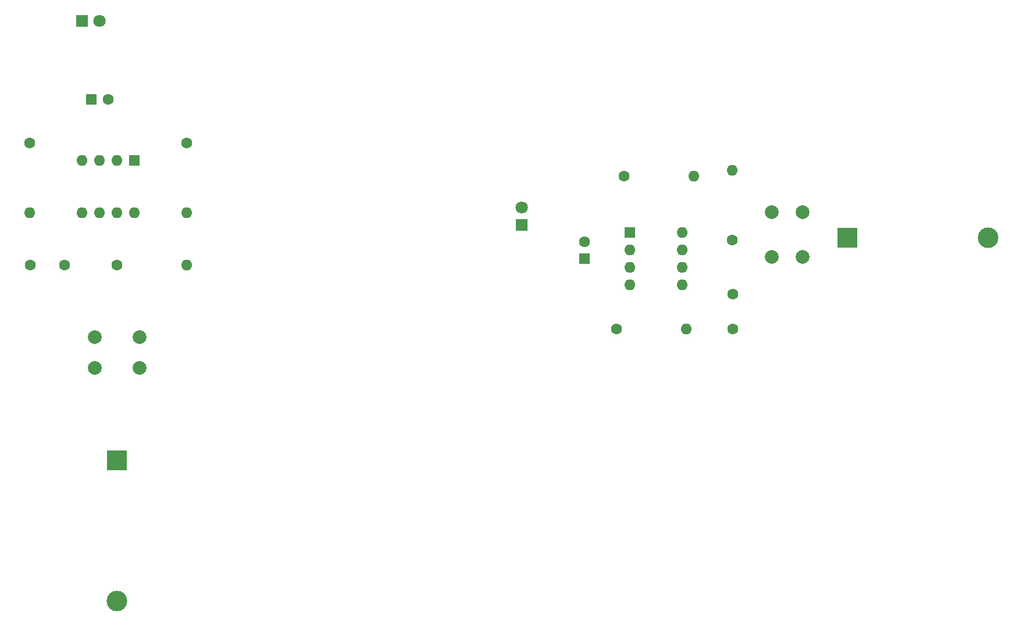
<source format=gbr>
%TF.GenerationSoftware,KiCad,Pcbnew,7.0.5*%
%TF.CreationDate,2024-01-16T13:08:26+02:00*%
%TF.ProjectId,Ex04-Chapter06,45783034-2d43-4686-9170-74657230362e,rev?*%
%TF.SameCoordinates,Original*%
%TF.FileFunction,Soldermask,Top*%
%TF.FilePolarity,Negative*%
%FSLAX46Y46*%
G04 Gerber Fmt 4.6, Leading zero omitted, Abs format (unit mm)*
G04 Created by KiCad (PCBNEW 7.0.5) date 2024-01-16 13:08:26*
%MOMM*%
%LPD*%
G01*
G04 APERTURE LIST*
%ADD10R,1.600000X1.600000*%
%ADD11O,1.600000X1.600000*%
%ADD12C,1.600000*%
%ADD13R,3.000000X3.000000*%
%ADD14C,3.000000*%
%ADD15R,1.800000X1.800000*%
%ADD16C,1.800000*%
%ADD17C,2.000000*%
G04 APERTURE END LIST*
D10*
%TO.C,U1*%
X215711396Y-80283844D03*
D11*
X215711396Y-82823844D03*
X215711396Y-85363844D03*
X215711396Y-87903844D03*
X223331396Y-87903844D03*
X223331396Y-85363844D03*
X223331396Y-82823844D03*
X223331396Y-80283844D03*
%TD*%
D12*
%TO.C,C1*%
X230664122Y-89275551D03*
X230664122Y-94275551D03*
%TD*%
%TO.C,R3*%
X213758026Y-94322098D03*
D11*
X223918026Y-94322098D03*
%TD*%
D12*
%TO.C,R1*%
X230554473Y-81353466D03*
D11*
X230554473Y-71193466D03*
%TD*%
D12*
%TO.C,R2*%
X214819953Y-72088191D03*
D11*
X224979953Y-72088191D03*
%TD*%
D13*
%TO.C,BT1*%
X247382910Y-81061516D03*
D14*
X267872910Y-81061516D03*
%TD*%
D12*
%TO.C,C2*%
X209063421Y-81594672D03*
D10*
X209063421Y-84094672D03*
%TD*%
D15*
%TO.C,D1*%
X199935206Y-79187914D03*
D16*
X199935206Y-76647914D03*
%TD*%
D17*
%TO.C,SW1*%
X240833995Y-77323894D03*
X240833995Y-83823894D03*
X236333995Y-77323894D03*
X236333995Y-83823894D03*
%TD*%
D15*
%TO.C,D1*%
X135950000Y-49470000D03*
D16*
X138490000Y-49470000D03*
%TD*%
D10*
%TO.C,U1*%
X143570000Y-69790000D03*
D11*
X141030000Y-69790000D03*
X138490000Y-69790000D03*
X135950000Y-69790000D03*
X135950000Y-77410000D03*
X138490000Y-77410000D03*
X141030000Y-77410000D03*
X143570000Y-77410000D03*
%TD*%
D12*
%TO.C,R2*%
X151190000Y-67250000D03*
D11*
X151190000Y-77410000D03*
%TD*%
D12*
%TO.C,R1*%
X141030000Y-85030000D03*
D11*
X151190000Y-85030000D03*
%TD*%
D17*
%TO.C,SW1*%
X137780000Y-95480000D03*
X144280000Y-95480000D03*
X137780000Y-99980000D03*
X144280000Y-99980000D03*
%TD*%
D13*
%TO.C,BT1*%
X141030001Y-113420000D03*
D14*
X141030001Y-133910000D03*
%TD*%
D12*
%TO.C,C1*%
X128410000Y-85030000D03*
X133410000Y-85030000D03*
%TD*%
D10*
%TO.C,C2*%
X137240000Y-60880000D03*
D12*
X139740000Y-60880000D03*
%TD*%
%TO.C,R3*%
X128330000Y-67250000D03*
D11*
X128330000Y-77410000D03*
%TD*%
M02*

</source>
